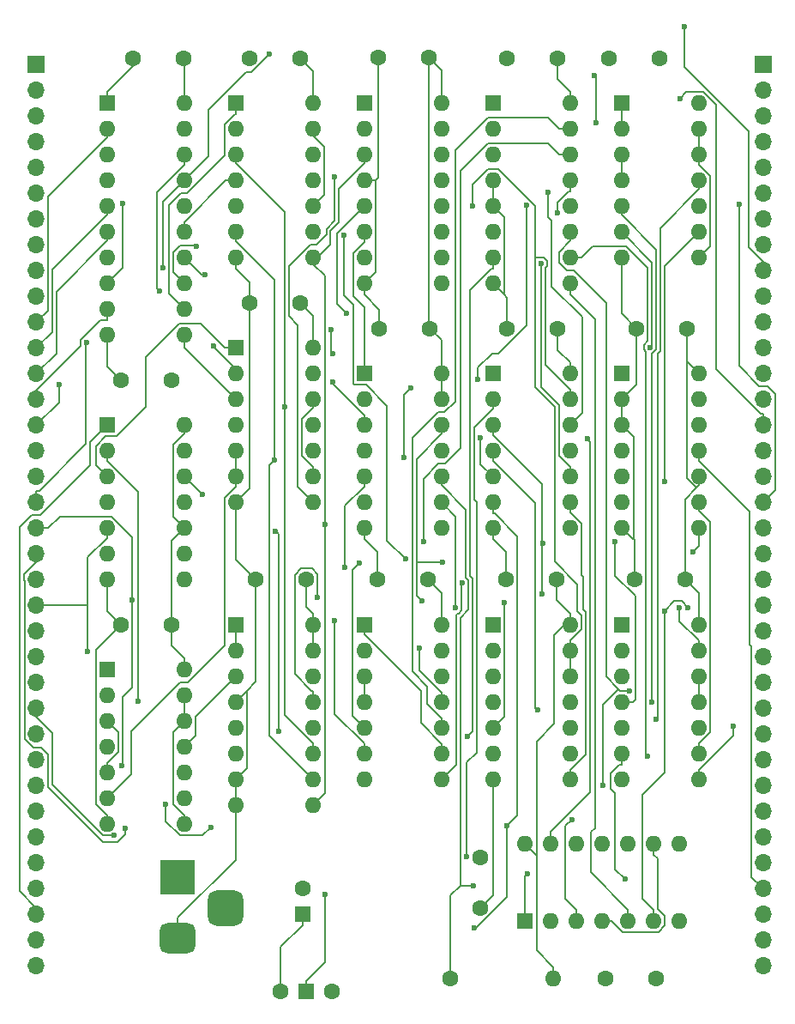
<source format=gtl>
G04 #@! TF.GenerationSoftware,KiCad,Pcbnew,8.0.9-8.0.9-0~ubuntu22.04.1*
G04 #@! TF.CreationDate,2025-06-29T10:29:02+10:00*
G04 #@! TF.ProjectId,UE14500-TTL,55453134-3530-4302-9d54-544c2e6b6963,rev?*
G04 #@! TF.SameCoordinates,Original*
G04 #@! TF.FileFunction,Copper,L1,Top*
G04 #@! TF.FilePolarity,Positive*
%FSLAX46Y46*%
G04 Gerber Fmt 4.6, Leading zero omitted, Abs format (unit mm)*
G04 Created by KiCad (PCBNEW 8.0.9-8.0.9-0~ubuntu22.04.1) date 2025-06-29 10:29:02*
%MOMM*%
%LPD*%
G01*
G04 APERTURE LIST*
G04 Aperture macros list*
%AMRoundRect*
0 Rectangle with rounded corners*
0 $1 Rounding radius*
0 $2 $3 $4 $5 $6 $7 $8 $9 X,Y pos of 4 corners*
0 Add a 4 corners polygon primitive as box body*
4,1,4,$2,$3,$4,$5,$6,$7,$8,$9,$2,$3,0*
0 Add four circle primitives for the rounded corners*
1,1,$1+$1,$2,$3*
1,1,$1+$1,$4,$5*
1,1,$1+$1,$6,$7*
1,1,$1+$1,$8,$9*
0 Add four rect primitives between the rounded corners*
20,1,$1+$1,$2,$3,$4,$5,0*
20,1,$1+$1,$4,$5,$6,$7,0*
20,1,$1+$1,$6,$7,$8,$9,0*
20,1,$1+$1,$8,$9,$2,$3,0*%
G04 Aperture macros list end*
G04 #@! TA.AperFunction,ComponentPad*
%ADD10R,1.600000X1.600000*%
G04 #@! TD*
G04 #@! TA.AperFunction,ComponentPad*
%ADD11O,1.600000X1.600000*%
G04 #@! TD*
G04 #@! TA.AperFunction,ComponentPad*
%ADD12C,1.600000*%
G04 #@! TD*
G04 #@! TA.AperFunction,ComponentPad*
%ADD13R,1.700000X1.700000*%
G04 #@! TD*
G04 #@! TA.AperFunction,ComponentPad*
%ADD14O,1.700000X1.700000*%
G04 #@! TD*
G04 #@! TA.AperFunction,ComponentPad*
%ADD15R,1.500000X1.500000*%
G04 #@! TD*
G04 #@! TA.AperFunction,ComponentPad*
%ADD16R,3.500000X3.500000*%
G04 #@! TD*
G04 #@! TA.AperFunction,ComponentPad*
%ADD17RoundRect,0.750000X1.000000X-0.750000X1.000000X0.750000X-1.000000X0.750000X-1.000000X-0.750000X0*%
G04 #@! TD*
G04 #@! TA.AperFunction,ComponentPad*
%ADD18RoundRect,0.875000X0.875000X-0.875000X0.875000X0.875000X-0.875000X0.875000X-0.875000X-0.875000X0*%
G04 #@! TD*
G04 #@! TA.AperFunction,ViaPad*
%ADD19C,0.600000*%
G04 #@! TD*
G04 #@! TA.AperFunction,Conductor*
%ADD20C,0.200000*%
G04 #@! TD*
G04 APERTURE END LIST*
D10*
X109855000Y-108585000D03*
D11*
X109855000Y-111125000D03*
X109855000Y-113665000D03*
X109855000Y-116205000D03*
X109855000Y-118745000D03*
X109855000Y-121285000D03*
X109855000Y-123825000D03*
X109855000Y-126365000D03*
X117475000Y-126365000D03*
X117475000Y-123825000D03*
X117475000Y-121285000D03*
X117475000Y-118745000D03*
X117475000Y-116205000D03*
X117475000Y-113665000D03*
X117475000Y-111125000D03*
X117475000Y-108585000D03*
D12*
X129032000Y-79375000D03*
X124032000Y-79375000D03*
D10*
X122545000Y-57150000D03*
D11*
X122545000Y-59690000D03*
X122545000Y-62230000D03*
X122545000Y-64770000D03*
X122545000Y-67310000D03*
X122545000Y-69850000D03*
X122545000Y-72390000D03*
X122545000Y-74930000D03*
X130165000Y-74930000D03*
X130165000Y-72390000D03*
X130165000Y-69850000D03*
X130165000Y-67310000D03*
X130165000Y-64770000D03*
X130165000Y-62230000D03*
X130165000Y-59690000D03*
X130165000Y-57150000D03*
D10*
X122545000Y-83820000D03*
D11*
X122545000Y-86360000D03*
X122545000Y-88900000D03*
X122545000Y-91440000D03*
X122545000Y-93980000D03*
X122545000Y-96520000D03*
X122545000Y-99060000D03*
X130165000Y-99060000D03*
X130165000Y-96520000D03*
X130165000Y-93980000D03*
X130165000Y-91440000D03*
X130165000Y-88900000D03*
X130165000Y-86360000D03*
X130165000Y-83820000D03*
D10*
X147955000Y-108585000D03*
D11*
X147955000Y-111125000D03*
X147955000Y-113665000D03*
X147955000Y-116205000D03*
X147955000Y-118745000D03*
X147955000Y-121285000D03*
X147955000Y-123825000D03*
X155575000Y-123825000D03*
X155575000Y-121285000D03*
X155575000Y-118745000D03*
X155575000Y-116205000D03*
X155575000Y-113665000D03*
X155575000Y-111125000D03*
X155575000Y-108585000D03*
D13*
X90170000Y-53340000D03*
D14*
X90170000Y-55880000D03*
X90170000Y-58420000D03*
X90170000Y-60960000D03*
X90170000Y-63500000D03*
X90170000Y-66040000D03*
X90170000Y-68580000D03*
X90170000Y-71120000D03*
X90170000Y-73660000D03*
X90170000Y-76200000D03*
X90170000Y-78740000D03*
X90170000Y-81280000D03*
X90170000Y-83820000D03*
X90170000Y-86360000D03*
X90170000Y-88900000D03*
X90170000Y-91440000D03*
X90170000Y-93980000D03*
X90170000Y-96520000D03*
X90170000Y-99060000D03*
X90170000Y-101600000D03*
X90170000Y-104140000D03*
X90170000Y-106680000D03*
X90170000Y-109220000D03*
X90170000Y-111760000D03*
X90170000Y-114300000D03*
X90170000Y-116840000D03*
X90170000Y-119380000D03*
X90170000Y-121920000D03*
X90170000Y-124460000D03*
X90170000Y-127000000D03*
X90170000Y-129540000D03*
X90170000Y-132080000D03*
X90170000Y-134620000D03*
X90170000Y-137160000D03*
X90170000Y-139700000D03*
X90170000Y-142240000D03*
D15*
X116840000Y-144780000D03*
D12*
X114300000Y-144780000D03*
X119380000Y-144780000D03*
X116195000Y-52705000D03*
X111195000Y-52705000D03*
X151384000Y-143510000D03*
X146384000Y-143510000D03*
X131064000Y-143510000D03*
D11*
X141224000Y-143510000D03*
D12*
X128825000Y-104140000D03*
X123825000Y-104140000D03*
X116840000Y-104140000D03*
X111840000Y-104140000D03*
D10*
X116460000Y-137120000D03*
D12*
X116460000Y-134620000D03*
X103505000Y-108585000D03*
X98505000Y-108585000D03*
D16*
X104140000Y-133525000D03*
D17*
X104140000Y-139525000D03*
D18*
X108840000Y-136525000D03*
D10*
X135255000Y-83820000D03*
D11*
X135255000Y-86360000D03*
X135255000Y-88900000D03*
X135255000Y-91440000D03*
X135255000Y-93980000D03*
X135255000Y-96520000D03*
X135255000Y-99060000D03*
X142875000Y-99060000D03*
X142875000Y-96520000D03*
X142875000Y-93980000D03*
X142875000Y-91440000D03*
X142875000Y-88900000D03*
X142875000Y-86360000D03*
X142875000Y-83820000D03*
D12*
X154225000Y-104140000D03*
X149225000Y-104140000D03*
D10*
X135245000Y-57150000D03*
D11*
X135245000Y-59690000D03*
X135245000Y-62230000D03*
X135245000Y-64770000D03*
X135245000Y-67310000D03*
X135245000Y-69850000D03*
X135245000Y-72390000D03*
X135245000Y-74930000D03*
X142865000Y-74930000D03*
X142865000Y-72390000D03*
X142865000Y-69850000D03*
X142865000Y-67310000D03*
X142865000Y-64770000D03*
X142865000Y-62230000D03*
X142865000Y-59690000D03*
X142865000Y-57150000D03*
D10*
X122555000Y-108585000D03*
D11*
X122555000Y-111125000D03*
X122555000Y-113665000D03*
X122555000Y-116205000D03*
X122555000Y-118745000D03*
X122555000Y-121285000D03*
X122555000Y-123825000D03*
X130175000Y-123825000D03*
X130175000Y-121285000D03*
X130175000Y-118745000D03*
X130175000Y-116205000D03*
X130175000Y-113665000D03*
X130175000Y-111125000D03*
X130175000Y-108585000D03*
D12*
X103505000Y-84455000D03*
X98505000Y-84455000D03*
X133990000Y-131535000D03*
X133990000Y-136535000D03*
D10*
X97145000Y-88900000D03*
D11*
X97145000Y-91440000D03*
X97145000Y-93980000D03*
X97145000Y-96520000D03*
X97145000Y-99060000D03*
X97145000Y-101600000D03*
X97145000Y-104140000D03*
X104765000Y-104140000D03*
X104765000Y-101600000D03*
X104765000Y-99060000D03*
X104765000Y-96520000D03*
X104765000Y-93980000D03*
X104765000Y-91440000D03*
X104765000Y-88900000D03*
D12*
X154432000Y-79375000D03*
X149432000Y-79375000D03*
D10*
X109885000Y-57150000D03*
D11*
X109885000Y-59690000D03*
X109885000Y-62230000D03*
X109885000Y-64770000D03*
X109885000Y-67310000D03*
X109885000Y-69850000D03*
X109885000Y-72390000D03*
X117505000Y-72390000D03*
X117505000Y-69850000D03*
X117505000Y-67310000D03*
X117505000Y-64770000D03*
X117505000Y-62230000D03*
X117505000Y-59690000D03*
X117505000Y-57150000D03*
D10*
X138430000Y-137795000D03*
D11*
X140970000Y-137795000D03*
X143510000Y-137795000D03*
X146050000Y-137795000D03*
X148590000Y-137795000D03*
X151130000Y-137795000D03*
X153670000Y-137795000D03*
X153670000Y-130175000D03*
X151130000Y-130175000D03*
X148590000Y-130175000D03*
X146050000Y-130175000D03*
X143510000Y-130175000D03*
X140970000Y-130175000D03*
X138430000Y-130175000D03*
D12*
X141652000Y-79375000D03*
X136652000Y-79375000D03*
D10*
X109855000Y-81280000D03*
D11*
X109855000Y-83820000D03*
X109855000Y-86360000D03*
X109855000Y-88900000D03*
X109855000Y-91440000D03*
X109855000Y-93980000D03*
X109855000Y-96520000D03*
X117475000Y-96520000D03*
X117475000Y-93980000D03*
X117475000Y-91440000D03*
X117475000Y-88900000D03*
X117475000Y-86360000D03*
X117475000Y-83820000D03*
X117475000Y-81280000D03*
D12*
X104685000Y-52705000D03*
X99685000Y-52705000D03*
X128895000Y-52690000D03*
X123895000Y-52690000D03*
D10*
X97145000Y-57150000D03*
D11*
X97145000Y-59690000D03*
X97145000Y-62230000D03*
X97145000Y-64770000D03*
X97145000Y-67310000D03*
X97145000Y-69850000D03*
X97145000Y-72390000D03*
X97145000Y-74930000D03*
X97145000Y-77470000D03*
X97145000Y-80010000D03*
X104765000Y-80010000D03*
X104765000Y-77470000D03*
X104765000Y-74930000D03*
X104765000Y-72390000D03*
X104765000Y-69850000D03*
X104765000Y-67310000D03*
X104765000Y-64770000D03*
X104765000Y-62230000D03*
X104765000Y-59690000D03*
X104765000Y-57150000D03*
D10*
X97155000Y-113030000D03*
D11*
X97155000Y-115570000D03*
X97155000Y-118110000D03*
X97155000Y-120650000D03*
X97155000Y-123190000D03*
X97155000Y-125730000D03*
X97155000Y-128270000D03*
X104775000Y-128270000D03*
X104775000Y-125730000D03*
X104775000Y-123190000D03*
X104775000Y-120650000D03*
X104775000Y-118110000D03*
X104775000Y-115570000D03*
X104775000Y-113030000D03*
D12*
X116205000Y-76835000D03*
X111205000Y-76835000D03*
D10*
X147965000Y-83820000D03*
D11*
X147965000Y-86360000D03*
X147965000Y-88900000D03*
X147965000Y-91440000D03*
X147965000Y-93980000D03*
X147965000Y-96520000D03*
X147965000Y-99060000D03*
X155585000Y-99060000D03*
X155585000Y-96520000D03*
X155585000Y-93980000D03*
X155585000Y-91440000D03*
X155585000Y-88900000D03*
X155585000Y-86360000D03*
X155585000Y-83820000D03*
D10*
X147945000Y-57150000D03*
D11*
X147945000Y-59690000D03*
X147945000Y-62230000D03*
X147945000Y-64770000D03*
X147945000Y-67310000D03*
X147945000Y-69850000D03*
X147945000Y-72390000D03*
X155565000Y-72390000D03*
X155565000Y-69850000D03*
X155565000Y-67310000D03*
X155565000Y-64770000D03*
X155565000Y-62230000D03*
X155565000Y-59690000D03*
X155565000Y-57150000D03*
D13*
X161925000Y-53340000D03*
D14*
X161925000Y-55880000D03*
X161925000Y-58420000D03*
X161925000Y-60960000D03*
X161925000Y-63500000D03*
X161925000Y-66040000D03*
X161925000Y-68580000D03*
X161925000Y-71120000D03*
X161925000Y-73660000D03*
X161925000Y-76200000D03*
X161925000Y-78740000D03*
X161925000Y-81280000D03*
X161925000Y-83820000D03*
X161925000Y-86360000D03*
X161925000Y-88900000D03*
X161925000Y-91440000D03*
X161925000Y-93980000D03*
X161925000Y-96520000D03*
X161925000Y-99060000D03*
X161925000Y-101600000D03*
X161925000Y-104140000D03*
X161925000Y-106680000D03*
X161925000Y-109220000D03*
X161925000Y-111760000D03*
X161925000Y-114300000D03*
X161925000Y-116840000D03*
X161925000Y-119380000D03*
X161925000Y-121920000D03*
X161925000Y-124460000D03*
X161925000Y-127000000D03*
X161925000Y-129540000D03*
X161925000Y-132080000D03*
X161925000Y-134620000D03*
X161925000Y-137160000D03*
X161925000Y-139700000D03*
X161925000Y-142240000D03*
D12*
X151675000Y-52705000D03*
X146675000Y-52705000D03*
D10*
X135255000Y-108585000D03*
D11*
X135255000Y-111125000D03*
X135255000Y-113665000D03*
X135255000Y-116205000D03*
X135255000Y-118745000D03*
X135255000Y-121285000D03*
X135255000Y-123825000D03*
X142875000Y-123825000D03*
X142875000Y-121285000D03*
X142875000Y-118745000D03*
X142875000Y-116205000D03*
X142875000Y-113665000D03*
X142875000Y-111125000D03*
X142875000Y-108585000D03*
D12*
X141605000Y-52705000D03*
X136605000Y-52705000D03*
X141525000Y-104140000D03*
X136525000Y-104140000D03*
D19*
X133343600Y-134343400D03*
X136654300Y-128407900D03*
X133383100Y-138491600D03*
X131563900Y-106904000D03*
X132719800Y-119589300D03*
X150533700Y-121543700D03*
X143023300Y-127799900D03*
X113138400Y-52348700D03*
X102656200Y-73431300D03*
X154156100Y-49634100D03*
X106834600Y-74060600D03*
X148696900Y-115101700D03*
X146058600Y-124444000D03*
X102945100Y-126303500D03*
X107392000Y-128589000D03*
X145243900Y-54441600D03*
X145427400Y-59093300D03*
X118640500Y-98678100D03*
X97875800Y-129399500D03*
X150945800Y-116251500D03*
X159004000Y-118589400D03*
X113695000Y-92356300D03*
X122046400Y-102541300D03*
X136356700Y-106406600D03*
X152180500Y-107242700D03*
X95237200Y-111258000D03*
X154499600Y-106883200D03*
X98663300Y-67077000D03*
X114698500Y-87079100D03*
X92412500Y-84925300D03*
X153696300Y-56680800D03*
X134019300Y-90180000D03*
X120770500Y-77883400D03*
X95145100Y-80754000D03*
X159537400Y-67133700D03*
X130237200Y-102411600D03*
X98636900Y-122543900D03*
X99626900Y-106133400D03*
X128232100Y-106265300D03*
X120624500Y-102943000D03*
X148269500Y-133671200D03*
X132677200Y-131513300D03*
X126469600Y-92142000D03*
X127163800Y-85253500D03*
X98910600Y-128664000D03*
X132220400Y-104468500D03*
X105954900Y-71295800D03*
X140187700Y-100607500D03*
X140105900Y-105565100D03*
X102311700Y-75715300D03*
X118691000Y-135231000D03*
X126615900Y-102139700D03*
X120512300Y-70193900D03*
X154992100Y-101393600D03*
X140003500Y-72972700D03*
X140714300Y-65942400D03*
X152210300Y-94474500D03*
X133209300Y-67282600D03*
X151357900Y-117899200D03*
X119294900Y-79488800D03*
X107638800Y-81073200D03*
X119431200Y-81867600D03*
X150739800Y-81230200D03*
X114066300Y-119151700D03*
X128368500Y-100370000D03*
X113782700Y-99363900D03*
X141648300Y-67954400D03*
X138529900Y-67255100D03*
X133762000Y-84370800D03*
X119611400Y-64442900D03*
X153667100Y-106906400D03*
X117873700Y-105883600D03*
X119615100Y-108175700D03*
X147326500Y-100414100D03*
X119431200Y-84650700D03*
X128001900Y-110926200D03*
X139635500Y-117020000D03*
X138678900Y-133196800D03*
X144552700Y-90261900D03*
X106528400Y-95743400D03*
X100236200Y-116132000D03*
D20*
X122545000Y-74930000D02*
X122545000Y-75780700D01*
X123646700Y-73828300D02*
X123646700Y-73660000D01*
X97155000Y-127396600D02*
X96053300Y-126294900D01*
X98505000Y-108585000D02*
X97145000Y-107225000D01*
X135245000Y-74930000D02*
X136346700Y-76031700D01*
X136357300Y-76031700D02*
X136652000Y-76326400D01*
X97145000Y-83095000D02*
X97145000Y-80010000D01*
X147965000Y-88900000D02*
X147965000Y-87630000D01*
X122545000Y-64770000D02*
X123646700Y-64770000D01*
X135255000Y-135270000D02*
X135255000Y-123825000D01*
X122545000Y-74930000D02*
X123646700Y-73828300D01*
X109855000Y-126365000D02*
X109855000Y-123825000D01*
X135245000Y-67310000D02*
X136357300Y-68422300D01*
X99685000Y-53508300D02*
X99685000Y-52705000D01*
X123895000Y-52690000D02*
X123895000Y-64521700D01*
X109885000Y-72390000D02*
X109885000Y-73491700D01*
X149225000Y-100272500D02*
X149225000Y-104140000D01*
X109855000Y-123825000D02*
X110961600Y-122718400D01*
X147965000Y-86360000D02*
X149432000Y-84893000D01*
X111205000Y-95170000D02*
X111205000Y-76835000D01*
X122545000Y-76031700D02*
X124032000Y-77518700D01*
X109855000Y-96520000D02*
X111205000Y-95170000D01*
X136357300Y-68422300D02*
X136357300Y-76031700D01*
X97145000Y-56048300D02*
X99685000Y-53508300D01*
X109855000Y-131803400D02*
X109855000Y-126365000D01*
X149432000Y-79375000D02*
X147945000Y-77888000D01*
X97145000Y-107225000D02*
X97145000Y-104140000D01*
X123825000Y-101441700D02*
X123825000Y-104140000D01*
X109855000Y-116205000D02*
X110956700Y-115103300D01*
X124032000Y-77518700D02*
X124032000Y-79375000D01*
X96053300Y-111036700D02*
X96053300Y-126294900D01*
X109855000Y-102155000D02*
X109855000Y-96520000D01*
X111205000Y-76835000D02*
X111205000Y-74811700D01*
X110961600Y-115103300D02*
X111840000Y-114224900D01*
X111205000Y-74811700D02*
X109885000Y-73491700D01*
X111840000Y-104140000D02*
X109855000Y-102155000D01*
X147965000Y-88480300D02*
X147965000Y-87630000D01*
X111840000Y-114224900D02*
X111840000Y-104140000D01*
X149066700Y-100161700D02*
X149114200Y-100161700D01*
X110961600Y-122718400D02*
X110961600Y-115103300D01*
X110956700Y-115103300D02*
X110961600Y-115103300D01*
X122545000Y-100161700D02*
X123825000Y-101441700D01*
X149114200Y-90049200D02*
X149114200Y-100161700D01*
X133990000Y-136535000D02*
X135255000Y-135270000D01*
X149432000Y-84893000D02*
X149432000Y-79375000D01*
X135255000Y-100161700D02*
X136525000Y-101431700D01*
X123895000Y-64521700D02*
X123646700Y-64770000D01*
X149114200Y-100161700D02*
X149225000Y-100272500D01*
X98505000Y-108585000D02*
X96053300Y-111036700D01*
X104140000Y-137518400D02*
X109855000Y-131803400D01*
X123646700Y-64770000D02*
X123646700Y-73660000D01*
X136525000Y-101431700D02*
X136525000Y-104140000D01*
X147965000Y-87630000D02*
X147965000Y-86360000D01*
X122545000Y-99060000D02*
X122545000Y-100161700D01*
X97145000Y-57150000D02*
X97145000Y-56048300D01*
X98505000Y-84455000D02*
X97145000Y-83095000D01*
X97155000Y-128270000D02*
X97155000Y-127396600D01*
X135255000Y-99060000D02*
X135255000Y-100161700D01*
X147965000Y-88900000D02*
X149114200Y-90049200D01*
X147965000Y-99060000D02*
X149066700Y-100161700D01*
X136652000Y-76326400D02*
X136652000Y-79375000D01*
X147945000Y-77888000D02*
X147945000Y-72390000D01*
X135245000Y-64770000D02*
X135245000Y-67310000D01*
X136346700Y-76031700D02*
X136357300Y-76031700D01*
X104140000Y-139525000D02*
X104140000Y-137518400D01*
X122545000Y-75780700D02*
X122545000Y-76031700D01*
X103659700Y-90878700D02*
X103659700Y-97954700D01*
X114300000Y-140381700D02*
X116460000Y-138221700D01*
X142875000Y-107483300D02*
X141525000Y-106133300D01*
X139558500Y-140742800D02*
X139558500Y-131276700D01*
X154225000Y-96213400D02*
X154225000Y-104140000D01*
X103659700Y-97954700D02*
X104765000Y-99060000D01*
X104775000Y-113030000D02*
X104775000Y-111928300D01*
X142875000Y-83820000D02*
X142875000Y-82718300D01*
X117475000Y-81280000D02*
X117475000Y-78105000D01*
X103505000Y-100320000D02*
X103505000Y-100330000D01*
X142875000Y-108585000D02*
X142875000Y-108062000D01*
X155585000Y-94853400D02*
X155356700Y-95081700D01*
X155575000Y-108585000D02*
X155575000Y-107483300D01*
X154432000Y-82718300D02*
X154432000Y-94157000D01*
X104765000Y-52785000D02*
X104765000Y-57150000D01*
X141525000Y-106133300D02*
X141525000Y-104140000D01*
X128895000Y-79238000D02*
X129032000Y-79375000D01*
X117475000Y-108585000D02*
X117475000Y-107483300D01*
X142865000Y-57150000D02*
X142865000Y-56048300D01*
X142875000Y-82718300D02*
X141652000Y-81495300D01*
X155585000Y-83820000D02*
X154483300Y-82718300D01*
X155575000Y-105490000D02*
X155575000Y-107483300D01*
X129032000Y-79375000D02*
X130165000Y-80508000D01*
X128825000Y-104140000D02*
X130175000Y-105490000D01*
X130165000Y-86360000D02*
X130165000Y-83820000D01*
X117475000Y-111125000D02*
X117475000Y-108585000D01*
X139558500Y-131276700D02*
X139558500Y-120098900D01*
X114300000Y-144780000D02*
X114300000Y-140381700D01*
X138430000Y-130175000D02*
X139531700Y-131276700D01*
X139531700Y-131276700D02*
X139558500Y-131276700D01*
X130165000Y-80508000D02*
X130165000Y-83820000D01*
X128895000Y-52690000D02*
X128895000Y-79238000D01*
X128895000Y-52690000D02*
X130165000Y-53960000D01*
X103505000Y-110658300D02*
X103505000Y-108585000D01*
X130175000Y-105490000D02*
X130175000Y-108585000D01*
X117475000Y-78105000D02*
X116205000Y-76835000D01*
X154225000Y-104140000D02*
X155575000Y-105490000D01*
X141313900Y-109623100D02*
X142875000Y-108062000D01*
X155585000Y-93980000D02*
X155585000Y-94853400D01*
X141224000Y-142408300D02*
X139558500Y-140742800D01*
X155356700Y-95081700D02*
X154225000Y-96213400D01*
X141224000Y-143510000D02*
X141224000Y-142408300D01*
X121443300Y-76215200D02*
X122545000Y-77316900D01*
X139558500Y-120098900D02*
X141313900Y-118343500D01*
X122545000Y-69850000D02*
X122545000Y-70814000D01*
X141605000Y-52705000D02*
X141605000Y-54788300D01*
X121443300Y-71915700D02*
X121443300Y-76215200D01*
X116840000Y-106848300D02*
X117475000Y-107483300D01*
X116195000Y-52705000D02*
X117505000Y-54015000D01*
X117505000Y-54015000D02*
X117505000Y-57150000D01*
X154432000Y-94157000D02*
X155356700Y-95081700D01*
X141652000Y-81495300D02*
X141652000Y-79375000D01*
X142875000Y-108062000D02*
X142875000Y-107483300D01*
X122545000Y-70814000D02*
X121443300Y-71915700D01*
X104765000Y-88900000D02*
X104765000Y-89773400D01*
X141605000Y-54788300D02*
X142865000Y-56048300D01*
X104775000Y-111928300D02*
X103505000Y-110658300D01*
X141313900Y-118343500D02*
X141313900Y-109623100D01*
X104685000Y-52705000D02*
X104765000Y-52785000D01*
X116460000Y-137120000D02*
X116460000Y-138221700D01*
X130165000Y-53960000D02*
X130165000Y-57150000D01*
X154483300Y-82718300D02*
X154432000Y-82718300D01*
X122545000Y-77316900D02*
X122545000Y-83820000D01*
X154432000Y-79375000D02*
X154432000Y-82718300D01*
X104765000Y-99060000D02*
X103505000Y-100320000D01*
X104765000Y-89773400D02*
X103659700Y-90878700D01*
X103505000Y-108585000D02*
X103505000Y-100330000D01*
X116840000Y-104140000D02*
X116840000Y-106848300D01*
X132822100Y-107125800D02*
X132007300Y-107940600D01*
X88548400Y-134903400D02*
X88548400Y-98963200D01*
X90170000Y-136525000D02*
X88548400Y-134903400D01*
X130165000Y-93980000D02*
X130165000Y-94853400D01*
X133343600Y-134343400D02*
X132007300Y-134343400D01*
X95457900Y-92897300D02*
X90565200Y-97790000D01*
X132567300Y-103964500D02*
X132822100Y-104219300D01*
X131064000Y-135286700D02*
X131064000Y-143510000D01*
X90170000Y-137160000D02*
X90170000Y-136525000D01*
X132822100Y-104219300D02*
X132822100Y-107125800D01*
X130165000Y-94853400D02*
X132567300Y-97255700D01*
X132007300Y-107940600D02*
X132007300Y-134343400D01*
X89721600Y-97790000D02*
X88548400Y-98963200D01*
X90565200Y-97790000D02*
X89721600Y-97790000D01*
X97145000Y-88900000D02*
X95457900Y-90587100D01*
X132567300Y-97255700D02*
X132567300Y-103964500D01*
X95457900Y-90587100D02*
X95457900Y-92897300D01*
X132007300Y-134343400D02*
X131064000Y-135286700D01*
X135255000Y-97621700D02*
X135392700Y-97621700D01*
X136654300Y-128407900D02*
X136654300Y-135432600D01*
X137647300Y-99876300D02*
X137647300Y-127414900D01*
X136654300Y-135432600D02*
X133595300Y-138491600D01*
X135392700Y-97621700D02*
X137647300Y-99876300D01*
X133595300Y-138491600D02*
X133383100Y-138491600D01*
X135255000Y-96520000D02*
X135255000Y-97621700D01*
X137647300Y-127414900D02*
X136654300Y-128407900D01*
X160773300Y-110738200D02*
X160773300Y-133468300D01*
X160773300Y-133468300D02*
X161925000Y-134620000D01*
X160607000Y-97426000D02*
X160607000Y-110571900D01*
X155585000Y-92404000D02*
X160607000Y-97426000D01*
X160607000Y-110571900D02*
X160773300Y-110738200D01*
X160607000Y-110571900D02*
X160773300Y-110738200D01*
X155585000Y-91440000D02*
X155585000Y-92404000D01*
X131563900Y-97918900D02*
X131563900Y-106904000D01*
X130165000Y-96520000D02*
X131563900Y-97918900D01*
X132719800Y-119589300D02*
X133223800Y-119085300D01*
X132969000Y-103798200D02*
X132969000Y-75630000D01*
X133223800Y-104053000D02*
X132969000Y-103798200D01*
X133223800Y-119085300D02*
X133223800Y-104053000D01*
X135245000Y-72390000D02*
X135245000Y-73491700D01*
X132969000Y-75630000D02*
X135107300Y-73491700D01*
X135107300Y-73491700D02*
X135245000Y-73491700D01*
X150533700Y-80585500D02*
X150138100Y-80981100D01*
X145081300Y-71275400D02*
X148425500Y-71275400D01*
X150138100Y-80981100D02*
X150138100Y-81479400D01*
X150344100Y-121354100D02*
X150533700Y-121543700D01*
X142408300Y-135591600D02*
X143510000Y-136693300D01*
X150344100Y-81685400D02*
X150344100Y-121354100D01*
X142865000Y-72390000D02*
X143966700Y-72390000D01*
X142408300Y-128414900D02*
X142408300Y-135591600D01*
X150533700Y-73383600D02*
X150533700Y-80585500D01*
X148425500Y-71275400D02*
X150533700Y-73383600D01*
X143510000Y-137795000D02*
X143510000Y-136693300D01*
X143966700Y-72390000D02*
X145081300Y-71275400D01*
X143023300Y-127799900D02*
X142408300Y-128414900D01*
X150138100Y-81479400D02*
X150344100Y-81685400D01*
X111402800Y-54084300D02*
X113138400Y-52348700D01*
X160535200Y-71387000D02*
X160535200Y-59939900D01*
X154156100Y-53560800D02*
X154156100Y-49634100D01*
X102656200Y-66878800D02*
X102656200Y-73431300D01*
X107160200Y-57821500D02*
X110897400Y-54084300D01*
X160535200Y-59939900D02*
X154156100Y-53560800D01*
X161925000Y-73660000D02*
X161925000Y-72776800D01*
X107160200Y-62374800D02*
X107160200Y-57821500D01*
X104765000Y-64770000D02*
X102656200Y-66878800D01*
X104765000Y-64770000D02*
X107160200Y-62374800D01*
X110897400Y-54084300D02*
X111402800Y-54084300D01*
X161925000Y-72776800D02*
X160535200Y-71387000D01*
X106435600Y-74060600D02*
X106834600Y-74060600D01*
X104765000Y-72390000D02*
X106435600Y-74060600D01*
X148696900Y-115101700D02*
X147815600Y-115101700D01*
X102945100Y-128019300D02*
X102945100Y-126303500D01*
X146058600Y-116506900D02*
X146058600Y-124444000D01*
X107392000Y-128589000D02*
X106586100Y-129394900D01*
X142865000Y-70725400D02*
X141750500Y-71839900D01*
X141750500Y-72851000D02*
X142559500Y-73660000D01*
X141750500Y-71839900D02*
X141750500Y-72851000D01*
X146397100Y-76864700D02*
X146397100Y-113683200D01*
X143192400Y-73660000D02*
X146397100Y-76864700D01*
X104320700Y-129394900D02*
X102945100Y-128019300D01*
X142559500Y-73660000D02*
X143192400Y-73660000D01*
X146397100Y-113683200D02*
X147639700Y-114925800D01*
X142865000Y-69850000D02*
X142865000Y-70725400D01*
X106586100Y-129394900D02*
X104320700Y-129394900D01*
X147639700Y-114925800D02*
X146058600Y-116506900D01*
X147815600Y-115101700D02*
X147639700Y-114925800D01*
X145427400Y-54625100D02*
X145243900Y-54441600D01*
X145427400Y-59093300D02*
X145427400Y-54625100D01*
X90170000Y-78740000D02*
X91321700Y-77588300D01*
X91321700Y-66386700D02*
X97145000Y-60563400D01*
X91321700Y-77588300D02*
X91321700Y-66386700D01*
X97145000Y-60563400D02*
X97145000Y-59690000D01*
X117475000Y-126365000D02*
X118640500Y-125199500D01*
X117505000Y-73026200D02*
X118640500Y-74161700D01*
X120013100Y-68941900D02*
X119209700Y-69745300D01*
X118640500Y-125199500D02*
X118640500Y-98678100D01*
X120013100Y-65635300D02*
X120013100Y-68941900D01*
X117505000Y-72390000D02*
X117939700Y-72390000D01*
X119209700Y-69745300D02*
X119209700Y-71120000D01*
X122545000Y-63103400D02*
X120013100Y-65635300D01*
X117505000Y-72390000D02*
X117505000Y-73026200D01*
X122545000Y-62230000D02*
X122545000Y-63103400D01*
X117939700Y-72390000D02*
X119209700Y-71120000D01*
X118640500Y-74161700D02*
X118640500Y-98678100D01*
X151347500Y-71582400D02*
X151347500Y-81347100D01*
X150945800Y-81875100D02*
X150945800Y-116251500D01*
X155575000Y-122951600D02*
X159004000Y-119522600D01*
X96722600Y-129399500D02*
X97875800Y-129399500D01*
X155575000Y-123825000D02*
X155575000Y-122951600D01*
X90170000Y-116840000D02*
X90170000Y-117703700D01*
X91723400Y-119257100D02*
X91723400Y-124400300D01*
X159004000Y-119522600D02*
X159004000Y-118589400D01*
X151341500Y-81479400D02*
X150945800Y-81875100D01*
X151347500Y-81347100D02*
X151341500Y-81353100D01*
X147945000Y-67310000D02*
X147945000Y-68179900D01*
X91723400Y-124400300D02*
X96722600Y-129399500D01*
X147945000Y-68179900D02*
X151347500Y-71582400D01*
X151341500Y-81353100D02*
X151341500Y-81479400D01*
X90170000Y-117703700D02*
X91723400Y-119257100D01*
X109885000Y-70792600D02*
X113695000Y-74602600D01*
X113181000Y-92870300D02*
X113695000Y-92356300D01*
X113695000Y-74602600D02*
X113695000Y-92356300D01*
X113181000Y-119531000D02*
X113181000Y-92870300D01*
X109885000Y-69850000D02*
X109885000Y-70792600D01*
X117475000Y-123825000D02*
X113181000Y-119531000D01*
X136356700Y-117643300D02*
X136356700Y-106406600D01*
X121406200Y-117596200D02*
X121406200Y-103181500D01*
X135255000Y-118745000D02*
X136356700Y-117643300D01*
X122555000Y-118745000D02*
X121406200Y-117596200D01*
X121406200Y-103181500D02*
X122046400Y-102541300D01*
X90170000Y-106680000D02*
X91321700Y-106680000D01*
X128111000Y-118281700D02*
X130175000Y-120345700D01*
X95237200Y-101949700D02*
X95237200Y-106680000D01*
X128111000Y-115104900D02*
X128111000Y-118281700D01*
X151130000Y-137795000D02*
X151130000Y-136693300D01*
X97145000Y-100041900D02*
X95237200Y-101949700D01*
X95237200Y-106680000D02*
X91321700Y-106680000D01*
X152180500Y-123195800D02*
X152180500Y-107242700D01*
X122555000Y-108585000D02*
X122555000Y-109548900D01*
X150028300Y-125348000D02*
X152180500Y-123195800D01*
X130175000Y-120345700D02*
X130175000Y-121285000D01*
X153882000Y-106265600D02*
X154499600Y-106883200D01*
X122555000Y-109548900D02*
X128111000Y-115104900D01*
X153157600Y-106265600D02*
X153882000Y-106265600D01*
X95237200Y-106680000D02*
X95237200Y-111258000D01*
X150028300Y-135591600D02*
X150028300Y-125348000D01*
X97145000Y-99060000D02*
X97145000Y-100041900D01*
X151130000Y-136693300D02*
X150028300Y-135591600D01*
X152180500Y-107242700D02*
X153157600Y-106265600D01*
X98663300Y-73411700D02*
X98663300Y-67077000D01*
X97145000Y-74930000D02*
X98663300Y-73411700D01*
X114698500Y-67916900D02*
X114698500Y-87079100D01*
X153696300Y-56680800D02*
X154327100Y-56050000D01*
X117475000Y-120321000D02*
X114698500Y-117544500D01*
X114698500Y-117544500D02*
X114698500Y-87079100D01*
X154327100Y-56050000D02*
X156020635Y-56050000D01*
X161637100Y-87748300D02*
X161925000Y-87748300D01*
X156020635Y-56050000D02*
X157249000Y-57278365D01*
X157249000Y-57278365D02*
X157249000Y-83360200D01*
X161925000Y-87748300D02*
X161925000Y-88900000D01*
X90170000Y-88900000D02*
X92412500Y-86657500D01*
X109885000Y-63103400D02*
X114698500Y-67916900D01*
X92412500Y-86657500D02*
X92412500Y-84925300D01*
X117475000Y-121285000D02*
X117475000Y-120321000D01*
X109885000Y-62230000D02*
X109885000Y-63103400D01*
X157249000Y-83360200D02*
X161637100Y-87748300D01*
X92125100Y-75731100D02*
X97145000Y-70711200D01*
X97145000Y-70711200D02*
X97145000Y-69850000D01*
X90170000Y-83820000D02*
X92125100Y-81864900D01*
X92125100Y-81864900D02*
X92125100Y-75731100D01*
X97145000Y-78571700D02*
X97145000Y-77470000D01*
X96476600Y-78571700D02*
X97145000Y-78571700D01*
X134019300Y-92744300D02*
X134019300Y-90180000D01*
X90170000Y-85496300D02*
X94543400Y-81122900D01*
X90170000Y-86360000D02*
X90170000Y-85496300D01*
X94543400Y-80504900D02*
X96476600Y-78571700D01*
X94543400Y-81122900D02*
X94543400Y-80504900D01*
X135255000Y-93980000D02*
X134019300Y-92744300D01*
X90170000Y-96520000D02*
X90170000Y-95368300D01*
X161925000Y-96520000D02*
X163104100Y-95340900D01*
X119871300Y-76984200D02*
X120770500Y-77883400D01*
X163104100Y-85880100D02*
X162314000Y-85090000D01*
X122545000Y-67310000D02*
X119871300Y-69983700D01*
X95056200Y-80842900D02*
X95056200Y-90750600D01*
X147945000Y-59690000D02*
X147945000Y-57150000D01*
X161544400Y-85090000D02*
X159537400Y-83083000D01*
X162314000Y-85090000D02*
X161544400Y-85090000D01*
X159537400Y-83083000D02*
X159537400Y-67133700D01*
X95056200Y-90750600D02*
X90438500Y-95368300D01*
X95145100Y-80754000D02*
X95056200Y-80842900D01*
X119871300Y-69983700D02*
X119871300Y-76984200D01*
X163104100Y-95340900D02*
X163104100Y-85880100D01*
X90438500Y-95368300D02*
X90170000Y-95368300D01*
X127703800Y-102411600D02*
X127703800Y-105737000D01*
X99626900Y-99957700D02*
X97577600Y-97908400D01*
X99626900Y-106133400D02*
X99626900Y-114806300D01*
X97577600Y-97908400D02*
X92473300Y-97908400D01*
X90170000Y-99060000D02*
X91321700Y-99060000D01*
X99626900Y-114806300D02*
X98669200Y-115764000D01*
X130165000Y-89773400D02*
X127703800Y-92234600D01*
X127703800Y-105737000D02*
X128232100Y-106265300D01*
X98669200Y-122511600D02*
X98636900Y-122543900D01*
X130165000Y-88900000D02*
X130165000Y-89773400D01*
X99626900Y-106133400D02*
X99626900Y-99957700D01*
X127703800Y-92234600D02*
X127703800Y-102411600D01*
X98669200Y-115764000D02*
X98669200Y-122511600D01*
X92473300Y-97908400D02*
X91321700Y-99060000D01*
X127703800Y-102411600D02*
X130237200Y-102411600D01*
X122545000Y-93980000D02*
X122545000Y-94944000D01*
X120624500Y-96864500D02*
X120624500Y-102943000D01*
X122545000Y-94944000D02*
X120624500Y-96864500D01*
X126469600Y-85947700D02*
X126469600Y-92142000D01*
X135255000Y-87311600D02*
X133417600Y-89149000D01*
X109855000Y-86360000D02*
X104765000Y-81270000D01*
X133417600Y-89149000D02*
X133417600Y-96284900D01*
X147955000Y-121285000D02*
X147955000Y-122386700D01*
X132677200Y-122142500D02*
X132677200Y-131513300D01*
X135255000Y-86360000D02*
X135255000Y-87311600D01*
X147726700Y-122386700D02*
X147955000Y-122386700D01*
X117475000Y-93016000D02*
X116371200Y-91912200D01*
X147320000Y-125214700D02*
X146851100Y-124745800D01*
X133625500Y-121194200D02*
X132677200Y-122142500D01*
X133417600Y-96284900D02*
X133625500Y-96492800D01*
X147320000Y-132721700D02*
X147320000Y-125214700D01*
X116371200Y-88337200D02*
X117475000Y-87233400D01*
X148269500Y-133671200D02*
X147320000Y-132721700D01*
X127163800Y-85253500D02*
X126469600Y-85947700D01*
X146851100Y-123262300D02*
X147726700Y-122386700D01*
X117475000Y-93980000D02*
X117475000Y-93016000D01*
X104765000Y-81270000D02*
X104765000Y-80010000D01*
X133625500Y-96492800D02*
X133625500Y-121194200D01*
X117475000Y-87233400D02*
X117475000Y-86360000D01*
X116371200Y-91912200D02*
X116371200Y-88337200D01*
X146851100Y-124745800D02*
X146851100Y-123262300D01*
X90170000Y-101600000D02*
X90170000Y-102463800D01*
X132165600Y-104523300D02*
X132220400Y-104468500D01*
X131582800Y-107663600D02*
X131740600Y-107505800D01*
X131874100Y-107505800D02*
X132165600Y-107214300D01*
X131582800Y-122417200D02*
X131582800Y-107663600D01*
X88991000Y-104243000D02*
X88992500Y-104244500D01*
X90678100Y-120719300D02*
X91321700Y-121362900D01*
X98161400Y-130028000D02*
X98910600Y-129278800D01*
X89850400Y-120719300D02*
X90678100Y-120719300D01*
X90170000Y-102463800D02*
X88991000Y-103642800D01*
X132165600Y-107214300D02*
X132165600Y-104523300D01*
X91321700Y-124620500D02*
X96729200Y-130028000D01*
X98910600Y-129278800D02*
X98910600Y-128664000D01*
X88992500Y-104244500D02*
X88992500Y-119861400D01*
X96729200Y-130028000D02*
X98161400Y-130028000D01*
X131740600Y-107505800D02*
X131874100Y-107505800D01*
X130175000Y-123825000D02*
X131582800Y-122417200D01*
X91321700Y-121362900D02*
X91321700Y-124620500D01*
X88991000Y-103642800D02*
X88991000Y-104243000D01*
X88992500Y-119861400D02*
X89850400Y-120719300D01*
X104345700Y-71207900D02*
X105867000Y-71207900D01*
X104765000Y-74930000D02*
X103659700Y-73824700D01*
X103659700Y-71893900D02*
X104345700Y-71207900D01*
X103659700Y-73824700D02*
X103659700Y-71893900D01*
X105867000Y-71207900D02*
X105954900Y-71295800D01*
X135255000Y-89864000D02*
X140105900Y-94714900D01*
X140105900Y-100607500D02*
X140105900Y-105565100D01*
X140105900Y-100607500D02*
X140187700Y-100607500D01*
X135255000Y-88900000D02*
X135255000Y-89864000D01*
X140105900Y-94714900D02*
X140105900Y-100607500D01*
X91723400Y-73605000D02*
X97145000Y-68183400D01*
X91723400Y-79726600D02*
X91723400Y-73605000D01*
X97145000Y-68183400D02*
X97145000Y-67310000D01*
X90170000Y-81280000D02*
X91723400Y-79726600D01*
X102054500Y-65904500D02*
X102054500Y-75458100D01*
X102054500Y-75458100D02*
X102311700Y-75715300D01*
X104765000Y-63194000D02*
X102054500Y-65904500D01*
X104765000Y-62230000D02*
X104765000Y-63194000D01*
X118691000Y-135231000D02*
X118691000Y-141877300D01*
X116840000Y-144780000D02*
X116840000Y-143728300D01*
X118691000Y-141877300D02*
X116840000Y-143728300D01*
X124796300Y-100320100D02*
X124796300Y-86988700D01*
X118607700Y-61427700D02*
X117505000Y-60325000D01*
X117505000Y-67310000D02*
X118607700Y-66207300D01*
X121443300Y-77028600D02*
X120512300Y-76097600D01*
X121573000Y-84948400D02*
X121443300Y-84818700D01*
X121443300Y-84818700D02*
X121443300Y-77028600D01*
X120512300Y-76097600D02*
X120512300Y-70193900D01*
X117505000Y-60325000D02*
X117505000Y-59690000D01*
X122756000Y-84948400D02*
X121573000Y-84948400D01*
X155585000Y-100800700D02*
X155585000Y-99060000D01*
X154992100Y-101393600D02*
X155585000Y-100800700D01*
X126615900Y-102139700D02*
X124796300Y-100320100D01*
X118607700Y-66207300D02*
X118607700Y-61427700D01*
X124796300Y-86988700D02*
X122756000Y-84948400D01*
X140003500Y-85145700D02*
X140003500Y-72972700D01*
X142875000Y-93980000D02*
X142875000Y-93016000D01*
X141763600Y-91904600D02*
X141763600Y-86905800D01*
X141763600Y-86905800D02*
X140003500Y-85145700D01*
X142875000Y-93016000D02*
X141763600Y-91904600D01*
X141048100Y-75276400D02*
X141048100Y-68717700D01*
X141048100Y-68717700D02*
X140714300Y-68383900D01*
X142875000Y-88900000D02*
X144029900Y-87745100D01*
X144029900Y-87745100D02*
X144029900Y-78258200D01*
X140714300Y-68383900D02*
X140714300Y-65942400D01*
X144029900Y-78258200D02*
X141048100Y-75276400D01*
X152210300Y-94474500D02*
X152210300Y-73204700D01*
X152210300Y-73204700D02*
X155565000Y-69850000D01*
X140252700Y-72371000D02*
X139401800Y-72371000D01*
X143585800Y-104605800D02*
X141361800Y-102381800D01*
X139401800Y-85184300D02*
X139401800Y-72371000D01*
X139401800Y-72371000D02*
X139401800Y-67274900D01*
X141361800Y-102381800D02*
X141361800Y-87144300D01*
X133209300Y-65208700D02*
X133209300Y-67282600D01*
X140405200Y-82926200D02*
X140405200Y-73421900D01*
X142875000Y-86360000D02*
X142875000Y-85396000D01*
X142875000Y-110150400D02*
X144002200Y-109023200D01*
X140405200Y-73421900D02*
X140605200Y-73221900D01*
X134749900Y-63668100D02*
X133209300Y-65208700D01*
X142875000Y-113665000D02*
X142875000Y-111125000D01*
X144002200Y-109023200D02*
X144002200Y-107671100D01*
X140605200Y-72723500D02*
X140252700Y-72371000D01*
X139401800Y-67274900D02*
X135795000Y-63668100D01*
X142875000Y-111125000D02*
X142875000Y-110150400D01*
X142875000Y-85396000D02*
X140405200Y-82926200D01*
X144002200Y-107671100D02*
X143585800Y-107254700D01*
X140605200Y-73221900D02*
X140605200Y-72723500D01*
X135795000Y-63668100D02*
X134749900Y-63668100D01*
X141361800Y-87144300D02*
X139401800Y-85184300D01*
X143585800Y-107254700D02*
X143585800Y-104605800D01*
X155565000Y-65643400D02*
X151749200Y-69459200D01*
X151749200Y-81639700D02*
X151547500Y-81841400D01*
X155565000Y-64770000D02*
X155565000Y-65643400D01*
X151547500Y-81841400D02*
X151547500Y-117709600D01*
X151547500Y-117709600D02*
X151357900Y-117899200D01*
X151749200Y-69459200D02*
X151749200Y-81639700D01*
X119294900Y-79488800D02*
X119294900Y-81731300D01*
X150739800Y-81230200D02*
X150945800Y-81024200D01*
X150945800Y-72850800D02*
X147945000Y-69850000D01*
X119294900Y-81731300D02*
X119431200Y-81867600D01*
X109855000Y-83820000D02*
X109855000Y-83422100D01*
X150945800Y-81024200D02*
X150945800Y-72850800D01*
X109855000Y-83422100D02*
X107638800Y-81205900D01*
X107638800Y-81205900D02*
X107638800Y-81073200D01*
X128368500Y-94204800D02*
X128368500Y-100370000D01*
X129863300Y-92710000D02*
X128368500Y-94204800D01*
X132058600Y-91135700D02*
X130484300Y-92710000D01*
X134754800Y-61120200D02*
X132058600Y-63816400D01*
X141763300Y-62230000D02*
X140653500Y-61120200D01*
X142865000Y-62230000D02*
X141763300Y-62230000D01*
X113782700Y-99363900D02*
X114066300Y-99647500D01*
X140653500Y-61120200D02*
X134754800Y-61120200D01*
X114066300Y-99647500D02*
X114066300Y-119151700D01*
X130484300Y-92710000D02*
X129863300Y-92710000D01*
X132058600Y-63816400D02*
X132058600Y-91135700D01*
X133762000Y-83225800D02*
X133762000Y-84370800D01*
X135797600Y-81826400D02*
X135161400Y-81826400D01*
X138529900Y-79094100D02*
X135797600Y-81826400D01*
X142865000Y-65871700D02*
X142727200Y-65871700D01*
X138529900Y-67255100D02*
X138529900Y-79094100D01*
X141648300Y-66950600D02*
X141648300Y-67954400D01*
X135161400Y-81826400D02*
X133762000Y-83225800D01*
X142865000Y-64770000D02*
X142865000Y-65871700D01*
X142727200Y-65871700D02*
X141648300Y-66950600D01*
X145300100Y-128677300D02*
X145300100Y-78466800D01*
X145300100Y-78466800D02*
X142865000Y-76031700D01*
X144926800Y-129050600D02*
X145300100Y-128677300D01*
X148590000Y-137795000D02*
X148590000Y-136693300D01*
X144926800Y-133030100D02*
X144926800Y-129050600D01*
X142865000Y-74930000D02*
X142865000Y-76031700D01*
X148590000Y-136693300D02*
X144926800Y-133030100D01*
X129837800Y-87630000D02*
X130470700Y-87630000D01*
X134762700Y-58585900D02*
X140659200Y-58585900D01*
X127284000Y-90183800D02*
X129837800Y-87630000D01*
X128735200Y-114672400D02*
X127284000Y-113221200D01*
X128735200Y-116431800D02*
X128735200Y-114672400D01*
X131515300Y-86585400D02*
X131515300Y-61833300D01*
X141763300Y-59690000D02*
X142865000Y-59690000D01*
X140659200Y-58585900D02*
X141763300Y-59690000D01*
X130175000Y-118745000D02*
X130175000Y-117871600D01*
X130470700Y-87630000D02*
X131515300Y-86585400D01*
X131515300Y-61833300D02*
X134762700Y-58585900D01*
X127284000Y-113221200D02*
X127284000Y-90183800D01*
X130175000Y-117871600D02*
X128735200Y-116431800D01*
X118808000Y-70134000D02*
X118808000Y-69578900D01*
X115969500Y-79029600D02*
X115103200Y-78163300D01*
X115969500Y-95014500D02*
X115969500Y-79029600D01*
X118808000Y-69578900D02*
X119611400Y-68775500D01*
X115103200Y-73210400D02*
X117193600Y-71120000D01*
X117475000Y-96520000D02*
X115969500Y-95014500D01*
X117193600Y-71120000D02*
X117822000Y-71120000D01*
X115103200Y-78163300D02*
X115103200Y-73210400D01*
X117822000Y-71120000D02*
X118808000Y-70134000D01*
X119611400Y-68775500D02*
X119611400Y-64442900D01*
X104775000Y-120650000D02*
X105876700Y-119548300D01*
X105876700Y-117643300D02*
X109855000Y-113665000D01*
X105876700Y-119548300D02*
X105876700Y-117643300D01*
X155575000Y-110161000D02*
X153667100Y-108253100D01*
X115692100Y-103683100D02*
X116336900Y-103038300D01*
X116336900Y-103038300D02*
X117358700Y-103038300D01*
X155575000Y-111125000D02*
X155575000Y-110161000D01*
X117475000Y-115103300D02*
X117337300Y-115103300D01*
X153667100Y-108253100D02*
X153667100Y-106906400D01*
X117358700Y-103038300D02*
X117945200Y-103624800D01*
X117337300Y-115103300D02*
X115692100Y-113458100D01*
X117945200Y-105812100D02*
X117873700Y-105883600D01*
X117945200Y-103624800D02*
X117945200Y-105812100D01*
X117475000Y-116205000D02*
X117475000Y-115103300D01*
X115692100Y-113458100D02*
X115692100Y-103683100D01*
X122555000Y-113665000D02*
X122555000Y-116205000D01*
X122555000Y-121285000D02*
X122555000Y-120321000D01*
X119615100Y-117381100D02*
X119615100Y-108175700D01*
X109855000Y-111125000D02*
X109855000Y-108585000D01*
X122555000Y-120321000D02*
X119615100Y-117381100D01*
X104765000Y-68892400D02*
X108887400Y-64770000D01*
X108887400Y-64770000D02*
X109885000Y-64770000D01*
X104765000Y-69850000D02*
X104765000Y-68892400D01*
X105064500Y-66040000D02*
X108783300Y-62321200D01*
X104452100Y-66040000D02*
X105064500Y-66040000D01*
X108783300Y-59215600D02*
X109747200Y-58251700D01*
X109747200Y-58251700D02*
X109885000Y-58251700D01*
X104765000Y-77470000D02*
X103258000Y-75963000D01*
X109885000Y-58251700D02*
X109885000Y-57150000D01*
X103258000Y-67234100D02*
X104452100Y-66040000D01*
X103258000Y-75963000D02*
X103258000Y-67234100D01*
X108783300Y-62321200D02*
X108783300Y-59215600D01*
X142875000Y-96520000D02*
X142875000Y-97484000D01*
X142875000Y-123825000D02*
X142875000Y-122951600D01*
X144152300Y-107053000D02*
X144436300Y-107337000D01*
X144152300Y-103855300D02*
X144152300Y-107053000D01*
X143986000Y-103689000D02*
X144152300Y-103855300D01*
X142875000Y-97484000D02*
X143986000Y-98595000D01*
X144318600Y-107219300D02*
X144152300Y-107053000D01*
X142875000Y-122951600D02*
X144436300Y-121390300D01*
X143986000Y-98595000D02*
X143986000Y-103689000D01*
X144436300Y-107337000D02*
X144436300Y-121390300D01*
X144152300Y-103855300D02*
X143986000Y-103689000D01*
X156670300Y-71284700D02*
X156670300Y-64299300D01*
X155565000Y-72390000D02*
X156670300Y-71284700D01*
X155565000Y-62230000D02*
X155565000Y-59690000D01*
X156670300Y-64299300D02*
X155565000Y-63194000D01*
X155565000Y-63194000D02*
X155565000Y-62230000D01*
X147945000Y-64770000D02*
X147945000Y-62230000D01*
X96028600Y-92863600D02*
X96028600Y-90998200D01*
X104311100Y-78898700D02*
X106372000Y-78898700D01*
X109855000Y-81280000D02*
X108753300Y-81280000D01*
X106372000Y-78898700D02*
X108753300Y-81280000D01*
X97145000Y-93980000D02*
X96028600Y-92863600D01*
X96028600Y-90998200D02*
X96998400Y-90028400D01*
X98089300Y-90028400D02*
X101005000Y-87112700D01*
X96998400Y-90028400D02*
X98089300Y-90028400D01*
X101005000Y-82204800D02*
X104311100Y-78898700D01*
X101005000Y-87112700D02*
X101005000Y-82204800D01*
X147326500Y-103799500D02*
X147326500Y-100414100D01*
X147955000Y-116205000D02*
X149056700Y-116205000D01*
X149056700Y-116205000D02*
X149301200Y-115960500D01*
X149301200Y-115960500D02*
X149301200Y-105774200D01*
X149301200Y-105774200D02*
X147326500Y-103799500D01*
X119431200Y-84822200D02*
X119431200Y-84650700D01*
X122545000Y-87936000D02*
X119431200Y-84822200D01*
X122545000Y-88900000D02*
X122545000Y-87936000D01*
X108753300Y-96045600D02*
X109855000Y-94943900D01*
X104399500Y-114300000D02*
X105124300Y-114300000D01*
X99573300Y-119126200D02*
X104399500Y-114300000D01*
X99573300Y-123311700D02*
X99573300Y-119126200D01*
X108753300Y-110671000D02*
X108753300Y-96045600D01*
X105124300Y-114300000D02*
X108753300Y-110671000D01*
X109855000Y-94943900D02*
X109855000Y-93980000D01*
X109855000Y-91440000D02*
X109855000Y-93980000D01*
X97155000Y-125730000D02*
X99573300Y-123311700D01*
X128001900Y-113103000D02*
X128001900Y-110926200D01*
X130175000Y-115276100D02*
X128001900Y-113103000D01*
X130175000Y-116205000D02*
X130175000Y-115276100D01*
X135255000Y-91440000D02*
X135255000Y-92404000D01*
X139413100Y-96562100D02*
X139413100Y-116797600D01*
X135255000Y-92404000D02*
X139413100Y-96562100D01*
X139413100Y-116797600D02*
X139635500Y-117020000D01*
X155575000Y-113665000D02*
X155575000Y-116205000D01*
X104775000Y-118110000D02*
X103664000Y-119221000D01*
X104775000Y-118110000D02*
X104775000Y-115570000D01*
X104775000Y-127396600D02*
X103664000Y-126285600D01*
X104775000Y-128270000D02*
X104775000Y-127396600D01*
X103664000Y-119221000D02*
X103664000Y-126285600D01*
X97155000Y-122226100D02*
X97155000Y-123190000D01*
X98256700Y-119211700D02*
X98256700Y-121124400D01*
X98256700Y-121124400D02*
X97155000Y-122226100D01*
X97155000Y-118110000D02*
X98256700Y-119211700D01*
X148026100Y-138897700D02*
X151585400Y-138897700D01*
X151130000Y-131276700D02*
X151130000Y-130175000D01*
X146923400Y-137795000D02*
X148026100Y-138897700D01*
X152231700Y-137338600D02*
X151531800Y-136638700D01*
X152231700Y-138251400D02*
X152231700Y-137338600D01*
X151531800Y-136638700D02*
X151531700Y-136638700D01*
X151585400Y-138897700D02*
X152231700Y-138251400D01*
X151531700Y-136638700D02*
X151531700Y-131678400D01*
X146050000Y-137795000D02*
X146923400Y-137795000D01*
X151531700Y-131678400D02*
X151130000Y-131276700D01*
X138678900Y-133196800D02*
X138430000Y-133445700D01*
X138430000Y-133445700D02*
X138430000Y-137795000D01*
X140970000Y-129073300D02*
X140970000Y-129002400D01*
X140970000Y-130175000D02*
X140970000Y-129073300D01*
X140970000Y-129002400D02*
X144846600Y-125125800D01*
X144846600Y-90555800D02*
X144552700Y-90261900D01*
X144846600Y-125125800D02*
X144846600Y-90555800D01*
X156689700Y-119206300D02*
X156689700Y-98498100D01*
X156689700Y-98498100D02*
X155585000Y-97393400D01*
X155575000Y-121285000D02*
X155575000Y-120321000D01*
X155585000Y-97393400D02*
X155585000Y-96520000D01*
X155575000Y-120321000D02*
X156689700Y-119206300D01*
X104765000Y-93980000D02*
X106528400Y-95743400D01*
X97145000Y-92404000D02*
X100236200Y-95495200D01*
X100236200Y-95495200D02*
X100236200Y-116132000D01*
X97145000Y-91440000D02*
X97145000Y-92404000D01*
M02*

</source>
